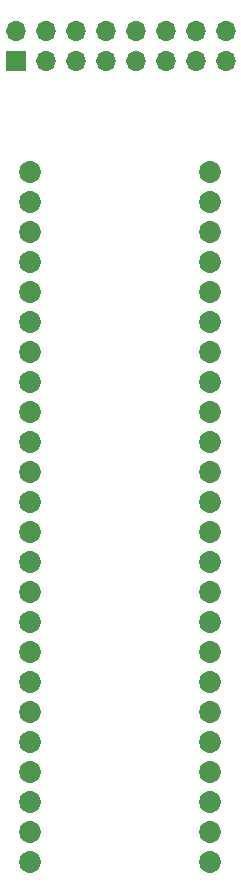
<source format=gbr>
G04 #@! TF.GenerationSoftware,KiCad,Pcbnew,(5.1.4)-1*
G04 #@! TF.CreationDate,2021-01-17T22:07:20+00:00*
G04 #@! TF.ProjectId,Amiga_External,416d6967-615f-4457-9874-65726e616c2e,rev?*
G04 #@! TF.SameCoordinates,Original*
G04 #@! TF.FileFunction,Soldermask,Bot*
G04 #@! TF.FilePolarity,Negative*
%FSLAX46Y46*%
G04 Gerber Fmt 4.6, Leading zero omitted, Abs format (unit mm)*
G04 Created by KiCad (PCBNEW (5.1.4)-1) date 2021-01-17 22:07:20*
%MOMM*%
%LPD*%
G04 APERTURE LIST*
%ADD10C,1.854200*%
%ADD11R,1.700000X1.700000*%
%ADD12O,1.700000X1.700000*%
G04 APERTURE END LIST*
D10*
X142240000Y-76200000D03*
X142240000Y-78740000D03*
X142240000Y-81280000D03*
X142240000Y-83820000D03*
X142240000Y-86360000D03*
X142240000Y-88900000D03*
X142240000Y-91440000D03*
X142240000Y-93980000D03*
X142240000Y-96520000D03*
X142240000Y-99060000D03*
X142240000Y-101600000D03*
X142240000Y-104140000D03*
X142240000Y-106680000D03*
X142240000Y-109220000D03*
X142240000Y-111760000D03*
X142240000Y-114300000D03*
X142240000Y-116840000D03*
X142240000Y-119380000D03*
X142240000Y-121920000D03*
X142240000Y-124460000D03*
X127000000Y-124460000D03*
X127000000Y-121920000D03*
X127000000Y-119380000D03*
X127000000Y-116840000D03*
X127000000Y-114300000D03*
X127000000Y-111760000D03*
X127000000Y-109220000D03*
X127000000Y-106680000D03*
X127000000Y-104140000D03*
X127000000Y-101600000D03*
X127000000Y-96520000D03*
X127000000Y-93980000D03*
X127000000Y-91440000D03*
X127000000Y-88900000D03*
X127000000Y-86360000D03*
X127000000Y-83820000D03*
X127000000Y-81280000D03*
X127000000Y-78740000D03*
X127000000Y-76200000D03*
X127000000Y-99060000D03*
X127000000Y-129540000D03*
X127000000Y-127000000D03*
X127000000Y-132080000D03*
X142240000Y-134620000D03*
X142240000Y-132080000D03*
X127000000Y-134620000D03*
X142240000Y-127000000D03*
X142240000Y-129540000D03*
D11*
X125806200Y-66802000D03*
D12*
X125806200Y-64262000D03*
X128346200Y-66802000D03*
X128346200Y-64262000D03*
X130886200Y-66802000D03*
X130886200Y-64262000D03*
X133426200Y-66802000D03*
X133426200Y-64262000D03*
X135966200Y-66802000D03*
X135966200Y-64262000D03*
X138506200Y-66802000D03*
X138506200Y-64262000D03*
X141046200Y-66802000D03*
X141046200Y-64262000D03*
X143586200Y-66802000D03*
X143586200Y-64262000D03*
M02*

</source>
